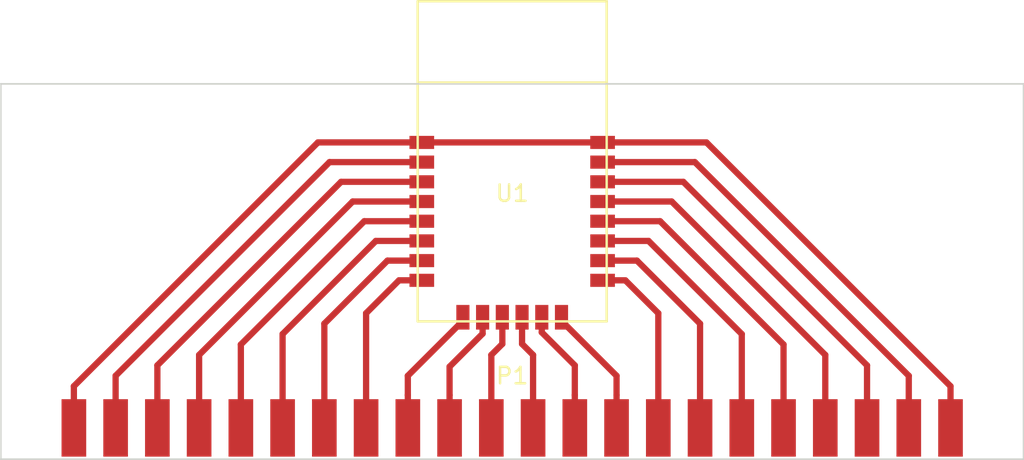
<source format=kicad_pcb>
(kicad_pcb (version 4) (host pcbnew 0.201506192325+5795~23~ubuntu14.04.1-product)

  (general
    (links 23)
    (no_connects 1)
    (area 119.964999 77.820999 182.295001 106.144)
    (thickness 1.6)
    (drawings 4)
    (tracks 82)
    (zones 0)
    (modules 2)
    (nets 22)
  )

  (page A4)
  (layers
    (0 F.Cu signal)
    (31 B.Cu signal)
    (32 B.Adhes user)
    (33 F.Adhes user)
    (34 B.Paste user)
    (35 F.Paste user)
    (36 B.SilkS user)
    (37 F.SilkS user)
    (38 B.Mask user)
    (39 F.Mask user)
    (40 Dwgs.User user)
    (41 Cmts.User user)
    (42 Eco1.User user)
    (43 Eco2.User user)
    (44 Edge.Cuts user)
    (45 Margin user)
    (46 B.CrtYd user)
    (47 F.CrtYd user)
    (48 B.Fab user)
    (49 F.Fab user)
  )

  (setup
    (last_trace_width 0.381)
    (trace_clearance 0.254)
    (zone_clearance 0.508)
    (zone_45_only no)
    (trace_min 0.2)
    (segment_width 0.2)
    (edge_width 0.1)
    (via_size 0.6)
    (via_drill 0.4)
    (via_min_size 0.4)
    (via_min_drill 0.3)
    (uvia_size 0.3)
    (uvia_drill 0.1)
    (uvias_allowed no)
    (uvia_min_size 0.2)
    (uvia_min_drill 0.1)
    (pcb_text_width 0.3)
    (pcb_text_size 1.5 1.5)
    (mod_edge_width 0.15)
    (mod_text_size 1 1)
    (mod_text_width 0.15)
    (pad_size 1.5 1.5)
    (pad_drill 0.6)
    (pad_to_mask_clearance 0)
    (aux_axis_origin 0 0)
    (visible_elements FFFFFF7F)
    (pcbplotparams
      (layerselection 0x00000_00000001)
      (usegerberextensions false)
      (excludeedgelayer true)
      (linewidth 0.100000)
      (plotframeref false)
      (viasonmask false)
      (mode 1)
      (useauxorigin false)
      (hpglpennumber 1)
      (hpglpenspeed 20)
      (hpglpendiameter 15)
      (hpglpenoverlay 2)
      (psnegative false)
      (psa4output false)
      (plotreference true)
      (plotvalue true)
      (plotinvisibletext false)
      (padsonsilk false)
      (subtractmaskfromsilk false)
      (outputformat 4)
      (mirror false)
      (drillshape 0)
      (scaleselection 1)
      (outputdirectory output/))
  )

  (net 0 "")
  (net 1 "Net-(P1-Pad2)")
  (net 2 "Net-(P1-Pad3)")
  (net 3 "Net-(P1-Pad4)")
  (net 4 "Net-(P1-Pad5)")
  (net 5 "Net-(P1-Pad6)")
  (net 6 "Net-(P1-Pad7)")
  (net 7 "Net-(P1-Pad8)")
  (net 8 "Net-(P1-Pad10)")
  (net 9 "Net-(P1-Pad11)")
  (net 10 "Net-(P1-Pad12)")
  (net 11 "Net-(P1-Pad13)")
  (net 12 "Net-(P1-Pad14)")
  (net 13 "Net-(P1-Pad15)")
  (net 14 "Net-(P1-Pad17)")
  (net 15 "Net-(P1-Pad18)")
  (net 16 "Net-(P1-Pad19)")
  (net 17 "Net-(P1-Pad20)")
  (net 18 "Net-(P1-Pad21)")
  (net 19 GND)
  (net 20 "Net-(P1-Pad9)")
  (net 21 "Net-(P1-Pad16)")

  (net_class Default "This is the default net class."
    (clearance 0.254)
    (trace_width 0.381)
    (via_dia 0.6)
    (via_drill 0.4)
    (uvia_dia 0.3)
    (uvia_drill 0.1)
    (add_net GND)
    (add_net "Net-(P1-Pad10)")
    (add_net "Net-(P1-Pad11)")
    (add_net "Net-(P1-Pad12)")
    (add_net "Net-(P1-Pad13)")
    (add_net "Net-(P1-Pad14)")
    (add_net "Net-(P1-Pad15)")
    (add_net "Net-(P1-Pad16)")
    (add_net "Net-(P1-Pad17)")
    (add_net "Net-(P1-Pad18)")
    (add_net "Net-(P1-Pad19)")
    (add_net "Net-(P1-Pad2)")
    (add_net "Net-(P1-Pad20)")
    (add_net "Net-(P1-Pad21)")
    (add_net "Net-(P1-Pad3)")
    (add_net "Net-(P1-Pad4)")
    (add_net "Net-(P1-Pad5)")
    (add_net "Net-(P1-Pad6)")
    (add_net "Net-(P1-Pad7)")
    (add_net "Net-(P1-Pad8)")
    (add_net "Net-(P1-Pad9)")
  )

  (module timhawes:HEADER_PADS_22 (layer F.Cu) (tedit 563A9949) (tstamp 563A9E40)
    (at 151.13 104.14)
    (path /563A8C19)
    (fp_text reference P1 (at 0 -3.175) (layer F.SilkS)
      (effects (font (size 1 1) (thickness 0.15)))
    )
    (fp_text value CONN_01X22 (at 0 -5.08) (layer F.Fab)
      (effects (font (size 1 1) (thickness 0.15)))
    )
    (pad 1 smd rect (at -26.67 0) (size 1.5 3.5) (layers F.Cu F.Paste F.Mask)
      (net 19 GND))
    (pad 2 smd rect (at -24.13 0) (size 1.5 3.5) (layers F.Cu F.Paste F.Mask)
      (net 1 "Net-(P1-Pad2)"))
    (pad 3 smd rect (at -21.59 0) (size 1.5 3.5) (layers F.Cu F.Paste F.Mask)
      (net 2 "Net-(P1-Pad3)"))
    (pad 4 smd rect (at -19.05 0) (size 1.5 3.5) (layers F.Cu F.Paste F.Mask)
      (net 3 "Net-(P1-Pad4)"))
    (pad 5 smd rect (at -16.51 0) (size 1.5 3.5) (layers F.Cu F.Paste F.Mask)
      (net 4 "Net-(P1-Pad5)"))
    (pad 6 smd rect (at -13.97 0) (size 1.5 3.5) (layers F.Cu F.Paste F.Mask)
      (net 5 "Net-(P1-Pad6)"))
    (pad 7 smd rect (at -11.43 0) (size 1.5 3.5) (layers F.Cu F.Paste F.Mask)
      (net 6 "Net-(P1-Pad7)"))
    (pad 8 smd rect (at -8.89 0) (size 1.5 3.5) (layers F.Cu F.Paste F.Mask)
      (net 7 "Net-(P1-Pad8)"))
    (pad 9 smd rect (at -6.35 0) (size 1.5 3.5) (layers F.Cu F.Paste F.Mask)
      (net 20 "Net-(P1-Pad9)"))
    (pad 10 smd rect (at -3.81 0) (size 1.5 3.5) (layers F.Cu F.Paste F.Mask)
      (net 8 "Net-(P1-Pad10)"))
    (pad 11 smd rect (at -1.27 0) (size 1.5 3.5) (layers F.Cu F.Paste F.Mask)
      (net 9 "Net-(P1-Pad11)"))
    (pad 12 smd rect (at 1.27 0) (size 1.5 3.5) (layers F.Cu F.Paste F.Mask)
      (net 10 "Net-(P1-Pad12)"))
    (pad 13 smd rect (at 3.81 0) (size 1.5 3.5) (layers F.Cu F.Paste F.Mask)
      (net 11 "Net-(P1-Pad13)"))
    (pad 14 smd rect (at 6.35 0) (size 1.5 3.5) (layers F.Cu F.Paste F.Mask)
      (net 12 "Net-(P1-Pad14)"))
    (pad 15 smd rect (at 8.89 0) (size 1.5 3.5) (layers F.Cu F.Paste F.Mask)
      (net 13 "Net-(P1-Pad15)"))
    (pad 16 smd rect (at 11.43 0) (size 1.5 3.5) (layers F.Cu F.Paste F.Mask)
      (net 21 "Net-(P1-Pad16)"))
    (pad 17 smd rect (at 13.97 0) (size 1.5 3.5) (layers F.Cu F.Paste F.Mask)
      (net 14 "Net-(P1-Pad17)"))
    (pad 18 smd rect (at 16.51 0) (size 1.5 3.5) (layers F.Cu F.Paste F.Mask)
      (net 15 "Net-(P1-Pad18)"))
    (pad 19 smd rect (at 19.05 0) (size 1.5 3.5) (layers F.Cu F.Paste F.Mask)
      (net 16 "Net-(P1-Pad19)"))
    (pad 20 smd rect (at 21.59 0) (size 1.5 3.5) (layers F.Cu F.Paste F.Mask)
      (net 17 "Net-(P1-Pad20)"))
    (pad 21 smd rect (at 24.13 0) (size 1.5 3.5) (layers F.Cu F.Paste F.Mask)
      (net 18 "Net-(P1-Pad21)"))
    (pad 22 smd rect (at 26.67 0) (size 1.5 3.5) (layers F.Cu F.Paste F.Mask)
      (net 19 GND))
  )

  (module timhawes:RN4020 (layer F.Cu) (tedit 563A8E38) (tstamp 563A9562)
    (at 151.13 88.9)
    (path /563A959E)
    (fp_text reference U1 (at 0 0.95) (layer F.SilkS)
      (effects (font (size 1 1) (thickness 0.15)))
    )
    (fp_text value RN4020 (at 0 -0.8) (layer F.Fab)
      (effects (font (size 1 1) (thickness 0.15)))
    )
    (fp_line (start -5.75 -5.8) (end 5.75 -5.8) (layer F.SilkS) (width 0.15))
    (fp_line (start -5.75 -10.75) (end 5.75 -10.75) (layer F.SilkS) (width 0.15))
    (fp_line (start 5.75 -10.75) (end 5.75 8.75) (layer F.SilkS) (width 0.15))
    (fp_line (start -5.75 8.75) (end 5.75 8.75) (layer F.SilkS) (width 0.15))
    (fp_line (start -5.75 -10.75) (end -5.75 8.75) (layer F.SilkS) (width 0.15))
    (pad 1 smd rect (at -5.5 -2.15) (size 1.5 0.8) (layers F.Cu F.Paste F.Mask)
      (net 19 GND))
    (pad 2 smd rect (at -5.5 -0.95) (size 1.5 0.8) (layers F.Cu F.Paste F.Mask)
      (net 1 "Net-(P1-Pad2)"))
    (pad 3 smd rect (at -5.5 0.25) (size 1.5 0.8) (layers F.Cu F.Paste F.Mask)
      (net 2 "Net-(P1-Pad3)"))
    (pad 4 smd rect (at -5.5 1.45) (size 1.5 0.8) (layers F.Cu F.Paste F.Mask)
      (net 3 "Net-(P1-Pad4)"))
    (pad 5 smd rect (at -5.5 2.65) (size 1.5 0.8) (layers F.Cu F.Paste F.Mask)
      (net 4 "Net-(P1-Pad5)"))
    (pad 6 smd rect (at -5.5 3.85) (size 1.5 0.8) (layers F.Cu F.Paste F.Mask)
      (net 5 "Net-(P1-Pad6)"))
    (pad 7 smd rect (at -5.5 5.05) (size 1.5 0.8) (layers F.Cu F.Paste F.Mask)
      (net 6 "Net-(P1-Pad7)"))
    (pad 8 smd rect (at -5.5 6.25) (size 1.5 0.8) (layers F.Cu F.Paste F.Mask)
      (net 7 "Net-(P1-Pad8)"))
    (pad 17 smd rect (at 5.5 6.25) (size 1.5 0.8) (layers F.Cu F.Paste F.Mask)
      (net 13 "Net-(P1-Pad15)"))
    (pad 18 smd rect (at 5.5 5.05) (size 1.5 0.8) (layers F.Cu F.Paste F.Mask)
      (net 21 "Net-(P1-Pad16)"))
    (pad 19 smd rect (at 5.5 3.85) (size 1.5 0.8) (layers F.Cu F.Paste F.Mask)
      (net 14 "Net-(P1-Pad17)"))
    (pad 20 smd rect (at 5.5 2.65) (size 1.5 0.8) (layers F.Cu F.Paste F.Mask)
      (net 15 "Net-(P1-Pad18)"))
    (pad 21 smd rect (at 5.5 1.45) (size 1.5 0.8) (layers F.Cu F.Paste F.Mask)
      (net 16 "Net-(P1-Pad19)"))
    (pad 22 smd rect (at 5.5 0.25) (size 1.5 0.8) (layers F.Cu F.Paste F.Mask)
      (net 17 "Net-(P1-Pad20)"))
    (pad 23 smd rect (at 5.5 -0.95) (size 1.5 0.8) (layers F.Cu F.Paste F.Mask)
      (net 18 "Net-(P1-Pad21)"))
    (pad 24 smd rect (at 5.5 -2.15) (size 1.5 0.8) (layers F.Cu F.Paste F.Mask)
      (net 19 GND))
    (pad 10 smd rect (at -3 8.5 90) (size 1.5 0.8) (layers F.Cu F.Paste F.Mask)
      (net 20 "Net-(P1-Pad9)"))
    (pad 11 smd rect (at -1.8 8.5 90) (size 1.5 0.8) (layers F.Cu F.Paste F.Mask)
      (net 8 "Net-(P1-Pad10)"))
    (pad 12 smd rect (at -0.6 8.5 90) (size 1.5 0.8) (layers F.Cu F.Paste F.Mask)
      (net 9 "Net-(P1-Pad11)"))
    (pad 13 smd rect (at 0.6 8.5 90) (size 1.5 0.8) (layers F.Cu F.Paste F.Mask)
      (net 10 "Net-(P1-Pad12)"))
    (pad 14 smd rect (at 1.8 8.5 90) (size 1.5 0.8) (layers F.Cu F.Paste F.Mask)
      (net 11 "Net-(P1-Pad13)"))
    (pad 15 smd rect (at 3 8.5 90) (size 1.5 0.8) (layers F.Cu F.Paste F.Mask)
      (net 12 "Net-(P1-Pad14)"))
  )

  (gr_line (start 120.015 83.185) (end 120.015 106.045) (angle 90) (layer Edge.Cuts) (width 0.1))
  (gr_line (start 182.245 83.185) (end 120.015 83.185) (angle 90) (layer Edge.Cuts) (width 0.1))
  (gr_line (start 182.245 106.045) (end 182.245 83.185) (angle 90) (layer Edge.Cuts) (width 0.1))
  (gr_line (start 120.015 106.045) (end 182.245 106.045) (angle 90) (layer Edge.Cuts) (width 0.1))

  (segment (start 127 104.14) (end 127 100.965) (width 0.381) (layer F.Cu) (net 1) (status 400000))
  (segment (start 140.015 87.95) (end 145.63 87.95) (width 0.381) (layer F.Cu) (net 1) (tstamp 563BAE1B) (status 800000))
  (segment (start 127 100.965) (end 140.015 87.95) (width 0.381) (layer F.Cu) (net 1) (tstamp 563BAE19))
  (segment (start 127 103.14) (end 127 104.14) (width 0.25) (layer F.Cu) (net 1))
  (segment (start 129.54 104.14) (end 129.54 100.33) (width 0.381) (layer F.Cu) (net 2) (status 400000))
  (segment (start 140.72 89.15) (end 145.63 89.15) (width 0.381) (layer F.Cu) (net 2) (tstamp 563BAE21) (status 800000))
  (segment (start 129.54 100.33) (end 140.72 89.15) (width 0.381) (layer F.Cu) (net 2) (tstamp 563BAE1F))
  (segment (start 129.54 103.14) (end 129.54 104.14) (width 0.25) (layer F.Cu) (net 2))
  (segment (start 132.08 104.14) (end 132.08 99.695) (width 0.381) (layer F.Cu) (net 3) (status 400000))
  (segment (start 141.425 90.35) (end 145.63 90.35) (width 0.381) (layer F.Cu) (net 3) (tstamp 563BAE27) (status 800000))
  (segment (start 132.08 99.695) (end 141.425 90.35) (width 0.381) (layer F.Cu) (net 3) (tstamp 563BAE25))
  (segment (start 132.08 103.14) (end 132.08 104.14) (width 0.25) (layer F.Cu) (net 3))
  (segment (start 134.62 104.14) (end 134.62 99.06) (width 0.381) (layer F.Cu) (net 4) (status 400000))
  (segment (start 142.13 91.55) (end 145.63 91.55) (width 0.381) (layer F.Cu) (net 4) (tstamp 563BAE2D) (status 800000))
  (segment (start 134.62 99.06) (end 142.13 91.55) (width 0.381) (layer F.Cu) (net 4) (tstamp 563BAE2B))
  (segment (start 134.62 102.505) (end 134.62 104.14) (width 0.25) (layer F.Cu) (net 4))
  (segment (start 137.16 104.14) (end 137.16 98.425) (width 0.381) (layer F.Cu) (net 5) (status 400000))
  (segment (start 142.835 92.75) (end 145.63 92.75) (width 0.381) (layer F.Cu) (net 5) (tstamp 563BAE33) (status 800000))
  (segment (start 137.16 98.425) (end 142.835 92.75) (width 0.381) (layer F.Cu) (net 5) (tstamp 563BAE31))
  (segment (start 139.7 104.14) (end 139.7 97.79) (width 0.381) (layer F.Cu) (net 6) (status 400000))
  (segment (start 143.54 93.95) (end 145.63 93.95) (width 0.381) (layer F.Cu) (net 6) (tstamp 563BAE39) (status 800000))
  (segment (start 139.7 97.79) (end 143.54 93.95) (width 0.381) (layer F.Cu) (net 6) (tstamp 563BAE37))
  (segment (start 142.24 104.14) (end 142.24 97.155) (width 0.381) (layer F.Cu) (net 7) (status 400000))
  (segment (start 144.245 95.15) (end 145.63 95.15) (width 0.381) (layer F.Cu) (net 7) (tstamp 563BAF17) (status 800000))
  (segment (start 142.24 97.155) (end 144.245 95.15) (width 0.381) (layer F.Cu) (net 7) (tstamp 563BAF15))
  (segment (start 149.33 97.4) (end 149.33 98.4) (width 0.381) (layer F.Cu) (net 8))
  (segment (start 149.33 98.4) (end 147.32 100.41) (width 0.381) (layer F.Cu) (net 8))
  (segment (start 147.32 100.41) (end 147.32 102.14) (width 0.381) (layer F.Cu) (net 8))
  (segment (start 147.32 102.14) (end 147.32 104.14) (width 0.381) (layer F.Cu) (net 8))
  (segment (start 149.86 104.14) (end 149.86 99.695) (width 0.381) (layer F.Cu) (net 9))
  (segment (start 150.53 99.025) (end 150.53 97.4) (width 0.381) (layer F.Cu) (net 9) (tstamp 563A95FD))
  (segment (start 149.86 99.695) (end 150.53 99.025) (width 0.381) (layer F.Cu) (net 9) (tstamp 563A95F9))
  (segment (start 152.4 104.14) (end 152.4 99.695) (width 0.381) (layer F.Cu) (net 10))
  (segment (start 151.73 99.025) (end 151.73 97.4) (width 0.381) (layer F.Cu) (net 10) (tstamp 563A9601))
  (segment (start 152.4 99.695) (end 151.73 99.025) (width 0.381) (layer F.Cu) (net 10) (tstamp 563A9600))
  (segment (start 152.93 97.4) (end 152.93 98.32) (width 0.381) (layer F.Cu) (net 11))
  (segment (start 154.94 102.14) (end 154.94 104.14) (width 0.381) (layer F.Cu) (net 11))
  (segment (start 152.93 98.32) (end 154.94 100.33) (width 0.381) (layer F.Cu) (net 11))
  (segment (start 154.94 100.33) (end 154.94 102.14) (width 0.381) (layer F.Cu) (net 11))
  (segment (start 154.13 97.4) (end 154.13 97.615) (width 0.381) (layer F.Cu) (net 12))
  (segment (start 154.13 97.615) (end 157.48 100.965) (width 0.381) (layer F.Cu) (net 12))
  (segment (start 157.48 100.965) (end 157.48 102.14) (width 0.381) (layer F.Cu) (net 12))
  (segment (start 157.48 102.14) (end 157.48 104.14) (width 0.381) (layer F.Cu) (net 12))
  (segment (start 160.02 104.14) (end 160.02 97.155) (width 0.381) (layer F.Cu) (net 13) (status 400000))
  (segment (start 158.015 95.15) (end 156.63 95.15) (width 0.381) (layer F.Cu) (net 13) (tstamp 563BAE9D) (status 800000))
  (segment (start 160.02 97.155) (end 158.015 95.15) (width 0.381) (layer F.Cu) (net 13) (tstamp 563BAE9C))
  (segment (start 165.1 104.14) (end 165.1 98.425) (width 0.381) (layer F.Cu) (net 14) (status 400000))
  (segment (start 159.425 92.75) (end 156.63 92.75) (width 0.381) (layer F.Cu) (net 14) (tstamp 563BAE5E) (status 800000))
  (segment (start 165.1 98.425) (end 159.425 92.75) (width 0.381) (layer F.Cu) (net 14) (tstamp 563BAE5C))
  (segment (start 167.64 104.14) (end 167.64 99.06) (width 0.381) (layer F.Cu) (net 15) (status 400000))
  (segment (start 160.13 91.55) (end 156.63 91.55) (width 0.381) (layer F.Cu) (net 15) (tstamp 563BAE58) (status 800000))
  (segment (start 167.64 99.06) (end 160.13 91.55) (width 0.381) (layer F.Cu) (net 15) (tstamp 563BAE56))
  (segment (start 167.64 102.505) (end 167.64 104.14) (width 0.25) (layer F.Cu) (net 15))
  (segment (start 170.18 104.14) (end 170.18 99.695) (width 0.381) (layer F.Cu) (net 16) (status 400000))
  (segment (start 160.835 90.35) (end 156.63 90.35) (width 0.381) (layer F.Cu) (net 16) (tstamp 563BAE52) (status 800000))
  (segment (start 170.18 99.695) (end 160.835 90.35) (width 0.381) (layer F.Cu) (net 16) (tstamp 563BAE50))
  (segment (start 170.18 103.14) (end 170.18 104.14) (width 0.25) (layer F.Cu) (net 16))
  (segment (start 172.72 104.14) (end 172.72 100.33) (width 0.381) (layer F.Cu) (net 17) (status 400000))
  (segment (start 161.54 89.15) (end 156.63 89.15) (width 0.381) (layer F.Cu) (net 17) (tstamp 563BAE4C) (status 800000))
  (segment (start 172.72 100.33) (end 161.54 89.15) (width 0.381) (layer F.Cu) (net 17) (tstamp 563BAE4A))
  (segment (start 172.72 103.14) (end 172.72 104.14) (width 0.25) (layer F.Cu) (net 17))
  (segment (start 175.26 104.14) (end 175.26 100.965) (width 0.381) (layer F.Cu) (net 18) (status 400000))
  (segment (start 162.245 87.95) (end 156.63 87.95) (width 0.381) (layer F.Cu) (net 18) (tstamp 563BAE46) (status 800000))
  (segment (start 175.26 100.965) (end 162.245 87.95) (width 0.381) (layer F.Cu) (net 18) (tstamp 563BAE44))
  (segment (start 175.26 103.14) (end 175.26 104.14) (width 0.25) (layer F.Cu) (net 18))
  (segment (start 124.46 104.14) (end 124.46 101.6) (width 0.381) (layer F.Cu) (net 19) (status 400000))
  (segment (start 139.31 86.75) (end 156.63 86.75) (width 0.381) (layer F.Cu) (net 19) (tstamp 563BAE01) (status 800000))
  (segment (start 124.46 101.6) (end 139.31 86.75) (width 0.381) (layer F.Cu) (net 19) (tstamp 563BADFF))
  (segment (start 156.63 86.75) (end 162.95 86.75) (width 0.381) (layer F.Cu) (net 19) (tstamp 563BAE03) (status 400000))
  (segment (start 177.8 101.6) (end 177.8 104.14) (width 0.381) (layer F.Cu) (net 19) (tstamp 563BAE06) (status 800000))
  (segment (start 162.95 86.75) (end 177.8 101.6) (width 0.381) (layer F.Cu) (net 19) (tstamp 563BAE04))
  (segment (start 124.46 103.14) (end 124.46 104.14) (width 0.25) (layer F.Cu) (net 19))
  (segment (start 177.8 103.14) (end 177.8 104.14) (width 0.25) (layer F.Cu) (net 19))
  (segment (start 148.13 97.4) (end 148.13 97.615) (width 0.381) (layer F.Cu) (net 20))
  (segment (start 148.13 97.615) (end 144.78 100.965) (width 0.381) (layer F.Cu) (net 20))
  (segment (start 144.78 100.965) (end 144.78 102.14) (width 0.381) (layer F.Cu) (net 20))
  (segment (start 144.78 102.14) (end 144.78 104.14) (width 0.381) (layer F.Cu) (net 20))
  (segment (start 148.13 97.4) (end 148.13 97.75) (width 0.25) (layer F.Cu) (net 20))
  (segment (start 162.56 104.14) (end 162.56 97.79) (width 0.381) (layer F.Cu) (net 21) (status 400000))
  (segment (start 158.72 93.95) (end 156.63 93.95) (width 0.381) (layer F.Cu) (net 21) (tstamp 563BAE63) (status 800000))
  (segment (start 162.56 97.79) (end 158.72 93.95) (width 0.381) (layer F.Cu) (net 21) (tstamp 563BAE61))
  (segment (start 162.56 103.14) (end 162.56 104.14) (width 0.25) (layer F.Cu) (net 21))

)

</source>
